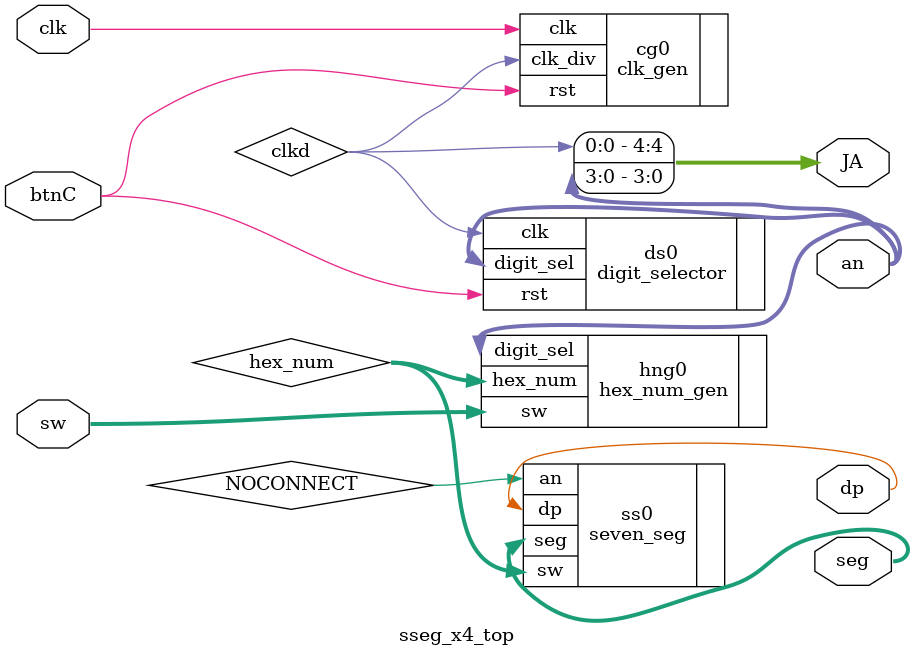
<source format=v>
`timescale 1ns / 1ps


module sseg_x4_top(
    input clk,
    input btnC,
    input [15:0] sw,
    output [6:0] seg,
    output [3:0] an,
    output dp,
    output [4:0] JA
    );
    wire clkd;
    wire NOCONNECT;
    wire [3:0] hex_num;
    //Instantiate Modules
    clk_gen cg0(.clk(clk), .rst(btnC), .clk_div(clkd));
    digit_selector ds0(.clk(clkd), .rst(btnC), .digit_sel(an));
    seven_seg ss0(.sw(hex_num), .an(NOCONNECT), .dp(dp), .seg(seg));
    hex_num_gen hng0(.digit_sel(an),.sw(sw),.hex_num(hex_num));
    assign JA = {clkd,an[3:0]};
endmodule

</source>
